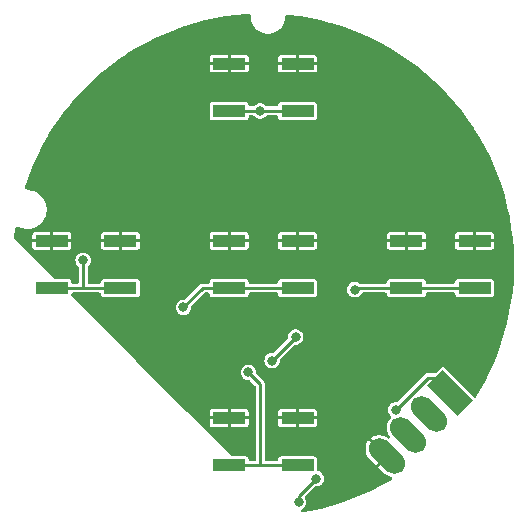
<source format=gbl>
G04 #@! TF.GenerationSoftware,KiCad,Pcbnew,8.0.7-unknown-1000.20241208gitf899755.fc40*
G04 #@! TF.CreationDate,2024-12-14T19:17:03-08:00*
G04 #@! TF.ProjectId,led-ctrl-24v,6c65642d-6374-4726-9c2d-3234762e6b69,rev?*
G04 #@! TF.SameCoordinates,Original*
G04 #@! TF.FileFunction,Copper,L2,Bot*
G04 #@! TF.FilePolarity,Positive*
%FSLAX46Y46*%
G04 Gerber Fmt 4.6, Leading zero omitted, Abs format (unit mm)*
G04 Created by KiCad (PCBNEW 8.0.7-unknown-1000.20241208gitf899755.fc40) date 2024-12-14 19:17:03*
%MOMM*%
%LPD*%
G01*
G04 APERTURE LIST*
G04 Aperture macros list*
%AMHorizOval*
0 Thick line with rounded ends*
0 $1 width*
0 $2 $3 position (X,Y) of the first rounded end (center of the circle)*
0 $4 $5 position (X,Y) of the second rounded end (center of the circle)*
0 Add line between two ends*
20,1,$1,$2,$3,$4,$5,0*
0 Add two circle primitives to create the rounded ends*
1,1,$1,$2,$3*
1,1,$1,$4,$5*%
%AMRotRect*
0 Rectangle, with rotation*
0 The origin of the aperture is its center*
0 $1 length*
0 $2 width*
0 $3 Rotation angle, in degrees counterclockwise*
0 Add horizontal line*
21,1,$1,$2,0,0,$3*%
G04 Aperture macros list end*
G04 #@! TA.AperFunction,ComponentPad*
%ADD10RotRect,3.600000X1.800000X315.000000*%
G04 #@! TD*
G04 #@! TA.AperFunction,ComponentPad*
%ADD11HorizOval,1.800000X0.636396X-0.636396X-0.636396X0.636396X0*%
G04 #@! TD*
G04 #@! TA.AperFunction,SMDPad,CuDef*
%ADD12R,2.800000X1.000000*%
G04 #@! TD*
G04 #@! TA.AperFunction,ViaPad*
%ADD13C,0.800000*%
G04 #@! TD*
G04 #@! TA.AperFunction,Conductor*
%ADD14C,0.250000*%
G04 #@! TD*
G04 APERTURE END LIST*
D10*
G04 #@! TO.P,J1,1,Pin_1*
G04 #@! TO.N,+3.3V*
X106087006Y-133212994D03*
D11*
G04 #@! TO.P,J1,2,Pin_2*
G04 #@! TO.N,/TXD*
X104290955Y-135009045D03*
G04 #@! TO.P,J1,3,Pin_3*
G04 #@! TO.N,/RXD*
X102494904Y-136805096D03*
G04 #@! TO.P,J1,4,Pin_4*
G04 #@! TO.N,GND*
X100698852Y-138601148D03*
G04 #@! TD*
D12*
G04 #@! TO.P,SW5,1,1*
G04 #@! TO.N,GND*
X108160000Y-120358000D03*
X102360000Y-120358000D03*
G04 #@! TO.P,SW5,2,2*
G04 #@! TO.N,/BTN4*
X108160000Y-124358000D03*
X102360000Y-124358000D03*
G04 #@! TD*
G04 #@! TO.P,SW4,1,1*
G04 #@! TO.N,GND*
X78160000Y-120358000D03*
X72360000Y-120358000D03*
G04 #@! TO.P,SW4,2,2*
G04 #@! TO.N,/BTN3*
X78160000Y-124358000D03*
X72360000Y-124358000D03*
G04 #@! TD*
G04 #@! TO.P,SW3,1,1*
G04 #@! TO.N,GND*
X93160000Y-135358000D03*
X87360000Y-135358000D03*
G04 #@! TO.P,SW3,2,2*
G04 #@! TO.N,/BTN2*
X93160000Y-139358000D03*
X87360000Y-139358000D03*
G04 #@! TD*
G04 #@! TO.P,SW1,1,1*
G04 #@! TO.N,GND*
X93160000Y-120358000D03*
X87360000Y-120358000D03*
G04 #@! TO.P,SW1,2,2*
G04 #@! TO.N,/BTN0*
X93160000Y-124358000D03*
X87360000Y-124358000D03*
G04 #@! TD*
G04 #@! TO.P,SW2,1,1*
G04 #@! TO.N,GND*
X93160000Y-105358000D03*
X87360000Y-105358000D03*
G04 #@! TO.P,SW2,2,2*
G04 #@! TO.N,/BTN1*
X93160000Y-109358000D03*
X87360000Y-109358000D03*
G04 #@! TD*
D13*
G04 #@! TO.N,GND*
X96000000Y-114000000D03*
X88500000Y-114500000D03*
X97000000Y-119000000D03*
X101000000Y-119000000D03*
X98000000Y-122000000D03*
X87500000Y-113500000D03*
X81500000Y-109000000D03*
X72500000Y-113500000D03*
X71500000Y-114500000D03*
X100500000Y-128500000D03*
X102000000Y-119000000D03*
X73500000Y-112500000D03*
X74500000Y-111500000D03*
X100500000Y-131000000D03*
G04 #@! TO.N,+3.3V*
X94750000Y-140500000D03*
X101478758Y-134665938D03*
X93250000Y-142500000D03*
G04 #@! TO.N,/BTN2*
X89000000Y-131500000D03*
G04 #@! TO.N,/BTN1*
X90000000Y-109358000D03*
G04 #@! TO.N,/BTN4*
X98000000Y-124500000D03*
X93000000Y-128500000D03*
X91000000Y-130500000D03*
G04 #@! TO.N,/BTN0*
X83500000Y-126000000D03*
G04 #@! TO.N,/BTN3*
X75000000Y-122000000D03*
G04 #@! TD*
D14*
G04 #@! TO.N,+3.3V*
X101478758Y-134665938D02*
X104204494Y-131940202D01*
X104814214Y-131940202D02*
X106087006Y-133212994D01*
X93250000Y-142500000D02*
X93250000Y-142000000D01*
X93250000Y-142000000D02*
X94750000Y-140500000D01*
X104204494Y-131940202D02*
X104814214Y-131940202D01*
G04 #@! TO.N,/BTN2*
X90000000Y-139358000D02*
X93160000Y-139358000D01*
X89000000Y-131500000D02*
X90000000Y-132500000D01*
X90000000Y-132500000D02*
X90000000Y-139358000D01*
X87360000Y-139358000D02*
X90000000Y-139358000D01*
G04 #@! TO.N,/BTN1*
X87360000Y-109358000D02*
X90000000Y-109358000D01*
X90000000Y-109358000D02*
X93160000Y-109358000D01*
G04 #@! TO.N,/BTN4*
X98000000Y-124500000D02*
X98142000Y-124358000D01*
X102360000Y-124358000D02*
X108160000Y-124358000D01*
X98142000Y-124358000D02*
X102360000Y-124358000D01*
X91000000Y-130500000D02*
X93000000Y-128500000D01*
G04 #@! TO.N,/BTN0*
X83500000Y-126000000D02*
X85142000Y-124358000D01*
X85142000Y-124358000D02*
X87360000Y-124358000D01*
X87360000Y-124358000D02*
X93160000Y-124358000D01*
G04 #@! TO.N,/BTN3*
X75000000Y-122000000D02*
X75000000Y-124358000D01*
X75000000Y-124358000D02*
X78160000Y-124358000D01*
X72360000Y-124358000D02*
X75000000Y-124358000D01*
G04 #@! TD*
G04 #@! TA.AperFunction,Conductor*
G04 #@! TO.N,GND*
G36*
X89157082Y-101167558D02*
G01*
X89205211Y-101218207D01*
X89218899Y-101274955D01*
X89218833Y-101345881D01*
X89218810Y-101348165D01*
X89216664Y-101459049D01*
X89216664Y-101459054D01*
X89249454Y-101689634D01*
X89318592Y-101912047D01*
X89318595Y-101912054D01*
X89347609Y-101970391D01*
X89422306Y-102120585D01*
X89422309Y-102120589D01*
X89422313Y-102120596D01*
X89557939Y-102309913D01*
X89557945Y-102309921D01*
X89722029Y-102475201D01*
X89722032Y-102475203D01*
X89722034Y-102475205D01*
X89910379Y-102612213D01*
X90118160Y-102717438D01*
X90118169Y-102717440D01*
X90118174Y-102717443D01*
X90261603Y-102763173D01*
X90340060Y-102788188D01*
X90570402Y-102822652D01*
X90803292Y-102819948D01*
X91032771Y-102780147D01*
X91252969Y-102704265D01*
X91458251Y-102594245D01*
X91643365Y-102452902D01*
X91803575Y-102283852D01*
X91934781Y-102091420D01*
X92033626Y-101880530D01*
X92097582Y-101656577D01*
X92125012Y-101425292D01*
X92121995Y-101354492D01*
X92138808Y-101286678D01*
X92189616Y-101238717D01*
X92256272Y-101225652D01*
X92485457Y-101244922D01*
X92490660Y-101245470D01*
X93280817Y-101345881D01*
X93380835Y-101358591D01*
X93386051Y-101359367D01*
X94270576Y-101510213D01*
X94275703Y-101511200D01*
X95153077Y-101699519D01*
X95158185Y-101700730D01*
X95850920Y-101880530D01*
X96026693Y-101926152D01*
X96031766Y-101927584D01*
X96889929Y-102189723D01*
X96894937Y-102191370D01*
X97741206Y-102489756D01*
X97746103Y-102491601D01*
X98578908Y-102825679D01*
X98583713Y-102827727D01*
X99377858Y-103186198D01*
X99401565Y-103196899D01*
X99406323Y-103199169D01*
X100207746Y-103602771D01*
X100212403Y-103605242D01*
X100995927Y-104042531D01*
X101000474Y-104045197D01*
X101764723Y-104515404D01*
X101769130Y-104518246D01*
X102512717Y-105020523D01*
X102516983Y-105023538D01*
X103238558Y-105556971D01*
X103242729Y-105560195D01*
X103940916Y-106123764D01*
X103944947Y-106127161D01*
X104107960Y-106270604D01*
X104618607Y-106719946D01*
X104622448Y-106723474D01*
X104710246Y-106807616D01*
X105270308Y-107344361D01*
X105274035Y-107348089D01*
X105841874Y-107940601D01*
X105894867Y-107995896D01*
X105898433Y-107999778D01*
X106491196Y-108673417D01*
X106494594Y-108677448D01*
X107058184Y-109375665D01*
X107061407Y-109379836D01*
X107594815Y-110101382D01*
X107597858Y-110105687D01*
X108100111Y-110849246D01*
X108102968Y-110853676D01*
X108573169Y-111617920D01*
X108575835Y-111622468D01*
X109013115Y-112405982D01*
X109015586Y-112410639D01*
X109419181Y-113212056D01*
X109421451Y-113216813D01*
X109790606Y-114034632D01*
X109792673Y-114039482D01*
X110126749Y-114872288D01*
X110128607Y-114877221D01*
X110426976Y-115723453D01*
X110428623Y-115728461D01*
X110690760Y-116586625D01*
X110692192Y-116591698D01*
X110917609Y-117460201D01*
X110918825Y-117465331D01*
X111107132Y-118342660D01*
X111108128Y-118347836D01*
X111258969Y-119232346D01*
X111259745Y-119237561D01*
X111372860Y-120127711D01*
X111373413Y-120132953D01*
X111448588Y-121027088D01*
X111448918Y-121032350D01*
X111486022Y-121928881D01*
X111486128Y-121934151D01*
X111485095Y-122831443D01*
X111484977Y-122836713D01*
X111445805Y-123733155D01*
X111445463Y-123738416D01*
X111368223Y-124632400D01*
X111367657Y-124637641D01*
X111252495Y-125527488D01*
X111251708Y-125532700D01*
X111098821Y-126416897D01*
X111097812Y-126422072D01*
X110907490Y-127298934D01*
X110906263Y-127304060D01*
X110678839Y-128172058D01*
X110677395Y-128177128D01*
X110413278Y-129034691D01*
X110411619Y-129039695D01*
X110111306Y-129885216D01*
X110109437Y-129890145D01*
X109773440Y-130722186D01*
X109771362Y-130727031D01*
X109400325Y-131543988D01*
X109398044Y-131548741D01*
X108992603Y-132349225D01*
X108990122Y-132353876D01*
X108551019Y-133136409D01*
X108548342Y-133140950D01*
X108284404Y-133567735D01*
X108232401Y-133614398D01*
X108163425Y-133625539D01*
X108099376Y-133597620D01*
X108091261Y-133590195D01*
X105610295Y-131109230D01*
X105610294Y-131109229D01*
X105548350Y-131067840D01*
X105450610Y-131048397D01*
X105352869Y-131067840D01*
X105290924Y-131109229D01*
X105290923Y-131109230D01*
X104871772Y-131528383D01*
X104810449Y-131561868D01*
X104784091Y-131564702D01*
X104155058Y-131564702D01*
X104059557Y-131590291D01*
X104059554Y-131590292D01*
X103973934Y-131639724D01*
X103973929Y-131639728D01*
X101634538Y-133979119D01*
X101573215Y-134012604D01*
X101546857Y-134015438D01*
X101399772Y-134015438D01*
X101246392Y-134053241D01*
X101106520Y-134126653D01*
X100988274Y-134231409D01*
X100898539Y-134361413D01*
X100898538Y-134361414D01*
X100842520Y-134509119D01*
X100823480Y-134665937D01*
X100823480Y-134665938D01*
X100842520Y-134822756D01*
X100892546Y-134954661D01*
X100898538Y-134970461D01*
X100988275Y-135100468D01*
X101054800Y-135159403D01*
X101091927Y-135218593D01*
X101091159Y-135288458D01*
X101060255Y-135339900D01*
X100980955Y-135419200D01*
X100874512Y-135565705D01*
X100792296Y-135727060D01*
X100792295Y-135727063D01*
X100736337Y-135899289D01*
X100708007Y-136078155D01*
X100708007Y-136259244D01*
X100736337Y-136438110D01*
X100792295Y-136610336D01*
X100792296Y-136610339D01*
X100843919Y-136711652D01*
X100874512Y-136771694D01*
X100970735Y-136904134D01*
X100994215Y-136969938D01*
X100978390Y-137037992D01*
X100928284Y-137086687D01*
X100859806Y-137100563D01*
X100797532Y-137077337D01*
X100665186Y-136981183D01*
X100503903Y-136899004D01*
X100503900Y-136899003D01*
X100331749Y-136843069D01*
X100152962Y-136814752D01*
X99971950Y-136814752D01*
X99793162Y-136843069D01*
X99621011Y-136899003D01*
X99621008Y-136899004D01*
X99459728Y-136981182D01*
X99341534Y-137067053D01*
X100444899Y-138170418D01*
X100391845Y-138201049D01*
X100298753Y-138294141D01*
X100268122Y-138347194D01*
X99164757Y-137243830D01*
X99078886Y-137362024D01*
X98996708Y-137523304D01*
X98996707Y-137523307D01*
X98940773Y-137695458D01*
X98912456Y-137874245D01*
X98912456Y-138055258D01*
X98940773Y-138234045D01*
X98996707Y-138406196D01*
X98996708Y-138406199D01*
X99078890Y-138567486D01*
X99185279Y-138713921D01*
X99797290Y-139325932D01*
X100268121Y-138855099D01*
X100298753Y-138908155D01*
X100391845Y-139001247D01*
X100444898Y-139031877D01*
X99974067Y-139502709D01*
X100586071Y-140114712D01*
X100732516Y-140221111D01*
X100893800Y-140303291D01*
X100893803Y-140303292D01*
X101065954Y-140359226D01*
X101085446Y-140362314D01*
X101148580Y-140392243D01*
X101185512Y-140451554D01*
X101184514Y-140521417D01*
X101145905Y-140579650D01*
X101130782Y-140590548D01*
X100958216Y-140696172D01*
X100953663Y-140698828D01*
X100169125Y-141134313D01*
X100164462Y-141136773D01*
X99362139Y-141538511D01*
X99357377Y-141540771D01*
X98538688Y-141908053D01*
X98533833Y-141910108D01*
X97700251Y-142242268D01*
X97695313Y-142244114D01*
X96848432Y-142540521D01*
X96843421Y-142542157D01*
X95984650Y-142802319D01*
X95979573Y-142803740D01*
X95110520Y-143027165D01*
X95105388Y-143028368D01*
X94227667Y-143214646D01*
X94222488Y-143215631D01*
X93610538Y-143318541D01*
X93541162Y-143310247D01*
X93487284Y-143265762D01*
X93466009Y-143199210D01*
X93484092Y-143131721D01*
X93532346Y-143086463D01*
X93622240Y-143039283D01*
X93740483Y-142934530D01*
X93830220Y-142804523D01*
X93886237Y-142656818D01*
X93905278Y-142500000D01*
X93893751Y-142405061D01*
X93886237Y-142343181D01*
X93858228Y-142269329D01*
X93830220Y-142195477D01*
X93789009Y-142135773D01*
X93767128Y-142069422D01*
X93784593Y-142001770D01*
X93803376Y-141977659D01*
X94594217Y-141186819D01*
X94655540Y-141153334D01*
X94681898Y-141150500D01*
X94828985Y-141150500D01*
X94982365Y-141112696D01*
X95122240Y-141039283D01*
X95240483Y-140934530D01*
X95330220Y-140804523D01*
X95386237Y-140656818D01*
X95405278Y-140500000D01*
X95386237Y-140343182D01*
X95330220Y-140195477D01*
X95240483Y-140065470D01*
X95122240Y-139960717D01*
X95122238Y-139960716D01*
X95122237Y-139960715D01*
X94982366Y-139887304D01*
X94904825Y-139868192D01*
X94844444Y-139833036D01*
X94812656Y-139770816D01*
X94810500Y-139747795D01*
X94810500Y-138833323D01*
X94810499Y-138833321D01*
X94795967Y-138760264D01*
X94795966Y-138760260D01*
X94777665Y-138732870D01*
X94740601Y-138677399D01*
X94676864Y-138634812D01*
X94657739Y-138622033D01*
X94657735Y-138622032D01*
X94584677Y-138607500D01*
X94584674Y-138607500D01*
X91735326Y-138607500D01*
X91735323Y-138607500D01*
X91662264Y-138622032D01*
X91662260Y-138622033D01*
X91579399Y-138677399D01*
X91524033Y-138760260D01*
X91524032Y-138760264D01*
X91509500Y-138833321D01*
X91509500Y-138858500D01*
X91489815Y-138925539D01*
X91437011Y-138971294D01*
X91385500Y-138982500D01*
X90499500Y-138982500D01*
X90432461Y-138962815D01*
X90386706Y-138910011D01*
X90375500Y-138858500D01*
X90375500Y-135882628D01*
X91510000Y-135882628D01*
X91524503Y-135955540D01*
X91524505Y-135955544D01*
X91579760Y-136038239D01*
X91662455Y-136093494D01*
X91662459Y-136093496D01*
X91735371Y-136107999D01*
X91735374Y-136108000D01*
X93035000Y-136108000D01*
X93285000Y-136108000D01*
X94584626Y-136108000D01*
X94584628Y-136107999D01*
X94657540Y-136093496D01*
X94657544Y-136093494D01*
X94740239Y-136038239D01*
X94795494Y-135955544D01*
X94795496Y-135955540D01*
X94809999Y-135882628D01*
X94810000Y-135882626D01*
X94810000Y-135483000D01*
X93285000Y-135483000D01*
X93285000Y-136108000D01*
X93035000Y-136108000D01*
X93035000Y-135483000D01*
X91510000Y-135483000D01*
X91510000Y-135882628D01*
X90375500Y-135882628D01*
X90375500Y-134833371D01*
X91510000Y-134833371D01*
X91510000Y-135233000D01*
X93035000Y-135233000D01*
X93285000Y-135233000D01*
X94810000Y-135233000D01*
X94810000Y-134833373D01*
X94809999Y-134833371D01*
X94795496Y-134760459D01*
X94795494Y-134760455D01*
X94740239Y-134677760D01*
X94657544Y-134622505D01*
X94657540Y-134622503D01*
X94584627Y-134608000D01*
X93285000Y-134608000D01*
X93285000Y-135233000D01*
X93035000Y-135233000D01*
X93035000Y-134608000D01*
X91735373Y-134608000D01*
X91662459Y-134622503D01*
X91662455Y-134622505D01*
X91579760Y-134677760D01*
X91524505Y-134760455D01*
X91524503Y-134760459D01*
X91510000Y-134833371D01*
X90375500Y-134833371D01*
X90375500Y-132450568D01*
X90375500Y-132450565D01*
X90371852Y-132436950D01*
X90349911Y-132355063D01*
X90300475Y-132269438D01*
X89684517Y-131653480D01*
X89651032Y-131592157D01*
X89649102Y-131550857D01*
X89655278Y-131500000D01*
X89636237Y-131343182D01*
X89580220Y-131195477D01*
X89490483Y-131065470D01*
X89372240Y-130960717D01*
X89372238Y-130960716D01*
X89372237Y-130960715D01*
X89232365Y-130887303D01*
X89078986Y-130849500D01*
X89078985Y-130849500D01*
X88921015Y-130849500D01*
X88921014Y-130849500D01*
X88767634Y-130887303D01*
X88627762Y-130960715D01*
X88509516Y-131065471D01*
X88419781Y-131195475D01*
X88419780Y-131195476D01*
X88363762Y-131343181D01*
X88344722Y-131499999D01*
X88344722Y-131500000D01*
X88363762Y-131656818D01*
X88419780Y-131804523D01*
X88509517Y-131934530D01*
X88627760Y-132039283D01*
X88627762Y-132039284D01*
X88767634Y-132112696D01*
X88921014Y-132150500D01*
X89068101Y-132150500D01*
X89135140Y-132170185D01*
X89155782Y-132186819D01*
X89588181Y-132619218D01*
X89621666Y-132680541D01*
X89624500Y-132706899D01*
X89624500Y-138858500D01*
X89604815Y-138925539D01*
X89552011Y-138971294D01*
X89500500Y-138982500D01*
X89134500Y-138982500D01*
X89067461Y-138962815D01*
X89021706Y-138910011D01*
X89010500Y-138858500D01*
X89010500Y-138833323D01*
X89010499Y-138833321D01*
X88995967Y-138760264D01*
X88995966Y-138760260D01*
X88977665Y-138732870D01*
X88940601Y-138677399D01*
X88876864Y-138634812D01*
X88857739Y-138622033D01*
X88857735Y-138622032D01*
X88784677Y-138607500D01*
X88784674Y-138607500D01*
X87658862Y-138607500D01*
X87591823Y-138587815D01*
X87571181Y-138571181D01*
X84882628Y-135882628D01*
X85710000Y-135882628D01*
X85724503Y-135955540D01*
X85724505Y-135955544D01*
X85779760Y-136038239D01*
X85862455Y-136093494D01*
X85862459Y-136093496D01*
X85935371Y-136107999D01*
X85935374Y-136108000D01*
X87235000Y-136108000D01*
X87485000Y-136108000D01*
X88784626Y-136108000D01*
X88784628Y-136107999D01*
X88857540Y-136093496D01*
X88857544Y-136093494D01*
X88940239Y-136038239D01*
X88995494Y-135955544D01*
X88995496Y-135955540D01*
X89009999Y-135882628D01*
X89010000Y-135882626D01*
X89010000Y-135483000D01*
X87485000Y-135483000D01*
X87485000Y-136108000D01*
X87235000Y-136108000D01*
X87235000Y-135483000D01*
X85710000Y-135483000D01*
X85710000Y-135882628D01*
X84882628Y-135882628D01*
X83833371Y-134833371D01*
X85710000Y-134833371D01*
X85710000Y-135233000D01*
X87235000Y-135233000D01*
X87485000Y-135233000D01*
X89010000Y-135233000D01*
X89010000Y-134833373D01*
X89009999Y-134833371D01*
X88995496Y-134760459D01*
X88995494Y-134760455D01*
X88940239Y-134677760D01*
X88857544Y-134622505D01*
X88857540Y-134622503D01*
X88784627Y-134608000D01*
X87485000Y-134608000D01*
X87485000Y-135233000D01*
X87235000Y-135233000D01*
X87235000Y-134608000D01*
X85935373Y-134608000D01*
X85862459Y-134622503D01*
X85862455Y-134622505D01*
X85779760Y-134677760D01*
X85724505Y-134760455D01*
X85724503Y-134760459D01*
X85710000Y-134833371D01*
X83833371Y-134833371D01*
X79499999Y-130499999D01*
X90344722Y-130499999D01*
X90344722Y-130500000D01*
X90363762Y-130656818D01*
X90389476Y-130724619D01*
X90419780Y-130804523D01*
X90509517Y-130934530D01*
X90627760Y-131039283D01*
X90627762Y-131039284D01*
X90767634Y-131112696D01*
X90921014Y-131150500D01*
X90921015Y-131150500D01*
X91078985Y-131150500D01*
X91232365Y-131112696D01*
X91238973Y-131109228D01*
X91372240Y-131039283D01*
X91490483Y-130934530D01*
X91580220Y-130804523D01*
X91636237Y-130656818D01*
X91655278Y-130500000D01*
X91649102Y-130449144D01*
X91660561Y-130380224D01*
X91684514Y-130346521D01*
X92844217Y-129186819D01*
X92905540Y-129153334D01*
X92931898Y-129150500D01*
X93078985Y-129150500D01*
X93232365Y-129112696D01*
X93372240Y-129039283D01*
X93490483Y-128934530D01*
X93580220Y-128804523D01*
X93636237Y-128656818D01*
X93655278Y-128500000D01*
X93636237Y-128343182D01*
X93580220Y-128195477D01*
X93490483Y-128065470D01*
X93372240Y-127960717D01*
X93372238Y-127960716D01*
X93372237Y-127960715D01*
X93232365Y-127887303D01*
X93078986Y-127849500D01*
X93078985Y-127849500D01*
X92921015Y-127849500D01*
X92921014Y-127849500D01*
X92767634Y-127887303D01*
X92627762Y-127960715D01*
X92509516Y-128065471D01*
X92419781Y-128195475D01*
X92419780Y-128195476D01*
X92363762Y-128343181D01*
X92344722Y-128499999D01*
X92344722Y-128500001D01*
X92350896Y-128550854D01*
X92339435Y-128619777D01*
X92315481Y-128653480D01*
X91155781Y-129813181D01*
X91094458Y-129846666D01*
X91068100Y-129849500D01*
X90921014Y-129849500D01*
X90767634Y-129887303D01*
X90627762Y-129960715D01*
X90509516Y-130065471D01*
X90419781Y-130195475D01*
X90419780Y-130195476D01*
X90363762Y-130343181D01*
X90344722Y-130499999D01*
X79499999Y-130499999D01*
X74999999Y-125999999D01*
X82844722Y-125999999D01*
X82844722Y-126000000D01*
X82863762Y-126156818D01*
X82919780Y-126304523D01*
X83009517Y-126434530D01*
X83127760Y-126539283D01*
X83127762Y-126539284D01*
X83267634Y-126612696D01*
X83421014Y-126650500D01*
X83421015Y-126650500D01*
X83578985Y-126650500D01*
X83732365Y-126612696D01*
X83872240Y-126539283D01*
X83990483Y-126434530D01*
X84080220Y-126304523D01*
X84136237Y-126156818D01*
X84155278Y-126000000D01*
X84149102Y-125949144D01*
X84160561Y-125880224D01*
X84184514Y-125846521D01*
X85261219Y-124769819D01*
X85322542Y-124736334D01*
X85348900Y-124733500D01*
X85585500Y-124733500D01*
X85652539Y-124753185D01*
X85698294Y-124805989D01*
X85709500Y-124857500D01*
X85709500Y-124882678D01*
X85724032Y-124955735D01*
X85724033Y-124955739D01*
X85742405Y-124983235D01*
X85779399Y-125038601D01*
X85862260Y-125093966D01*
X85862264Y-125093967D01*
X85935321Y-125108499D01*
X85935324Y-125108500D01*
X85935326Y-125108500D01*
X88784676Y-125108500D01*
X88784677Y-125108499D01*
X88857740Y-125093966D01*
X88940601Y-125038601D01*
X88995966Y-124955740D01*
X89010500Y-124882674D01*
X89010500Y-124857500D01*
X89030185Y-124790461D01*
X89082989Y-124744706D01*
X89134500Y-124733500D01*
X91385500Y-124733500D01*
X91452539Y-124753185D01*
X91498294Y-124805989D01*
X91509500Y-124857500D01*
X91509500Y-124882678D01*
X91524032Y-124955735D01*
X91524033Y-124955739D01*
X91542405Y-124983235D01*
X91579399Y-125038601D01*
X91662260Y-125093966D01*
X91662264Y-125093967D01*
X91735321Y-125108499D01*
X91735324Y-125108500D01*
X91735326Y-125108500D01*
X94584676Y-125108500D01*
X94584677Y-125108499D01*
X94657740Y-125093966D01*
X94740601Y-125038601D01*
X94795966Y-124955740D01*
X94810500Y-124882674D01*
X94810500Y-124499999D01*
X97344722Y-124499999D01*
X97344722Y-124500000D01*
X97363762Y-124656818D01*
X97414447Y-124790461D01*
X97419780Y-124804523D01*
X97509517Y-124934530D01*
X97627760Y-125039283D01*
X97627762Y-125039284D01*
X97767634Y-125112696D01*
X97921014Y-125150500D01*
X97921015Y-125150500D01*
X98078985Y-125150500D01*
X98232365Y-125112696D01*
X98240362Y-125108499D01*
X98372240Y-125039283D01*
X98490483Y-124934530D01*
X98580220Y-124804523D01*
X98580222Y-124804519D01*
X98582663Y-124799870D01*
X98631249Y-124749659D01*
X98692457Y-124733500D01*
X100585500Y-124733500D01*
X100652539Y-124753185D01*
X100698294Y-124805989D01*
X100709500Y-124857500D01*
X100709500Y-124882678D01*
X100724032Y-124955735D01*
X100724033Y-124955739D01*
X100742405Y-124983235D01*
X100779399Y-125038601D01*
X100862260Y-125093966D01*
X100862264Y-125093967D01*
X100935321Y-125108499D01*
X100935324Y-125108500D01*
X100935326Y-125108500D01*
X103784676Y-125108500D01*
X103784677Y-125108499D01*
X103857740Y-125093966D01*
X103940601Y-125038601D01*
X103995966Y-124955740D01*
X104010500Y-124882674D01*
X104010500Y-124857500D01*
X104030185Y-124790461D01*
X104082989Y-124744706D01*
X104134500Y-124733500D01*
X106385500Y-124733500D01*
X106452539Y-124753185D01*
X106498294Y-124805989D01*
X106509500Y-124857500D01*
X106509500Y-124882678D01*
X106524032Y-124955735D01*
X106524033Y-124955739D01*
X106542405Y-124983235D01*
X106579399Y-125038601D01*
X106662260Y-125093966D01*
X106662264Y-125093967D01*
X106735321Y-125108499D01*
X106735324Y-125108500D01*
X106735326Y-125108500D01*
X109584676Y-125108500D01*
X109584677Y-125108499D01*
X109657740Y-125093966D01*
X109740601Y-125038601D01*
X109795966Y-124955740D01*
X109810500Y-124882674D01*
X109810500Y-123833326D01*
X109810500Y-123833323D01*
X109810499Y-123833321D01*
X109795967Y-123760264D01*
X109795966Y-123760260D01*
X109740601Y-123677399D01*
X109657740Y-123622034D01*
X109657739Y-123622033D01*
X109657735Y-123622032D01*
X109584677Y-123607500D01*
X109584674Y-123607500D01*
X106735326Y-123607500D01*
X106735323Y-123607500D01*
X106662264Y-123622032D01*
X106662260Y-123622033D01*
X106579399Y-123677399D01*
X106524033Y-123760260D01*
X106524032Y-123760264D01*
X106509500Y-123833321D01*
X106509500Y-123858500D01*
X106489815Y-123925539D01*
X106437011Y-123971294D01*
X106385500Y-123982500D01*
X104134500Y-123982500D01*
X104067461Y-123962815D01*
X104021706Y-123910011D01*
X104010500Y-123858500D01*
X104010500Y-123833323D01*
X104010499Y-123833321D01*
X103995967Y-123760264D01*
X103995966Y-123760260D01*
X103940601Y-123677399D01*
X103857740Y-123622034D01*
X103857739Y-123622033D01*
X103857735Y-123622032D01*
X103784677Y-123607500D01*
X103784674Y-123607500D01*
X100935326Y-123607500D01*
X100935323Y-123607500D01*
X100862264Y-123622032D01*
X100862260Y-123622033D01*
X100779399Y-123677399D01*
X100724033Y-123760260D01*
X100724032Y-123760264D01*
X100709500Y-123833321D01*
X100709500Y-123858500D01*
X100689815Y-123925539D01*
X100637011Y-123971294D01*
X100585500Y-123982500D01*
X98442439Y-123982500D01*
X98379047Y-123963886D01*
X98378882Y-123964202D01*
X98377305Y-123963374D01*
X98375400Y-123962815D01*
X98372276Y-123960735D01*
X98232365Y-123887303D01*
X98078986Y-123849500D01*
X98078985Y-123849500D01*
X97921015Y-123849500D01*
X97921014Y-123849500D01*
X97767634Y-123887303D01*
X97627762Y-123960715D01*
X97509516Y-124065471D01*
X97419781Y-124195475D01*
X97419780Y-124195476D01*
X97363762Y-124343181D01*
X97344722Y-124499999D01*
X94810500Y-124499999D01*
X94810500Y-123833326D01*
X94810500Y-123833323D01*
X94810499Y-123833321D01*
X94795967Y-123760264D01*
X94795966Y-123760260D01*
X94740601Y-123677399D01*
X94657740Y-123622034D01*
X94657739Y-123622033D01*
X94657735Y-123622032D01*
X94584677Y-123607500D01*
X94584674Y-123607500D01*
X91735326Y-123607500D01*
X91735323Y-123607500D01*
X91662264Y-123622032D01*
X91662260Y-123622033D01*
X91579399Y-123677399D01*
X91524033Y-123760260D01*
X91524032Y-123760264D01*
X91509500Y-123833321D01*
X91509500Y-123858500D01*
X91489815Y-123925539D01*
X91437011Y-123971294D01*
X91385500Y-123982500D01*
X89134500Y-123982500D01*
X89067461Y-123962815D01*
X89021706Y-123910011D01*
X89010500Y-123858500D01*
X89010500Y-123833323D01*
X89010499Y-123833321D01*
X88995967Y-123760264D01*
X88995966Y-123760260D01*
X88940601Y-123677399D01*
X88857740Y-123622034D01*
X88857739Y-123622033D01*
X88857735Y-123622032D01*
X88784677Y-123607500D01*
X88784674Y-123607500D01*
X85935326Y-123607500D01*
X85935323Y-123607500D01*
X85862264Y-123622032D01*
X85862260Y-123622033D01*
X85779399Y-123677399D01*
X85724033Y-123760260D01*
X85724032Y-123760264D01*
X85709500Y-123833321D01*
X85709500Y-123858500D01*
X85689815Y-123925539D01*
X85637011Y-123971294D01*
X85585500Y-123982500D01*
X85092564Y-123982500D01*
X84997063Y-124008089D01*
X84997060Y-124008090D01*
X84911440Y-124057522D01*
X84911435Y-124057526D01*
X83655780Y-125313181D01*
X83594457Y-125346666D01*
X83568099Y-125349500D01*
X83421014Y-125349500D01*
X83267634Y-125387303D01*
X83127762Y-125460715D01*
X83009516Y-125565471D01*
X82919781Y-125695475D01*
X82919780Y-125695476D01*
X82863762Y-125843181D01*
X82844722Y-125999999D01*
X74999999Y-125999999D01*
X74036158Y-125036158D01*
X74002673Y-124974835D01*
X74002222Y-124924289D01*
X74010500Y-124882674D01*
X74010500Y-124857500D01*
X74030185Y-124790461D01*
X74082989Y-124744706D01*
X74134500Y-124733500D01*
X74950565Y-124733500D01*
X75049435Y-124733500D01*
X76385500Y-124733500D01*
X76452539Y-124753185D01*
X76498294Y-124805989D01*
X76509500Y-124857500D01*
X76509500Y-124882678D01*
X76524032Y-124955735D01*
X76524033Y-124955739D01*
X76542405Y-124983235D01*
X76579399Y-125038601D01*
X76662260Y-125093966D01*
X76662264Y-125093967D01*
X76735321Y-125108499D01*
X76735324Y-125108500D01*
X76735326Y-125108500D01*
X79584676Y-125108500D01*
X79584677Y-125108499D01*
X79657740Y-125093966D01*
X79740601Y-125038601D01*
X79795966Y-124955740D01*
X79810500Y-124882674D01*
X79810500Y-123833326D01*
X79810500Y-123833323D01*
X79810499Y-123833321D01*
X79795967Y-123760264D01*
X79795966Y-123760260D01*
X79740601Y-123677399D01*
X79657740Y-123622034D01*
X79657739Y-123622033D01*
X79657735Y-123622032D01*
X79584677Y-123607500D01*
X79584674Y-123607500D01*
X76735326Y-123607500D01*
X76735323Y-123607500D01*
X76662264Y-123622032D01*
X76662260Y-123622033D01*
X76579399Y-123677399D01*
X76524033Y-123760260D01*
X76524032Y-123760264D01*
X76509500Y-123833321D01*
X76509500Y-123858500D01*
X76489815Y-123925539D01*
X76437011Y-123971294D01*
X76385500Y-123982500D01*
X75499500Y-123982500D01*
X75432461Y-123962815D01*
X75386706Y-123910011D01*
X75375500Y-123858500D01*
X75375500Y-122592202D01*
X75395185Y-122525163D01*
X75417274Y-122499386D01*
X75490482Y-122434531D01*
X75490483Y-122434530D01*
X75580220Y-122304523D01*
X75636237Y-122156818D01*
X75655278Y-122000000D01*
X75646963Y-121931515D01*
X75636237Y-121843181D01*
X75614992Y-121787164D01*
X75580220Y-121695477D01*
X75490483Y-121565470D01*
X75372240Y-121460717D01*
X75372238Y-121460716D01*
X75372237Y-121460715D01*
X75232365Y-121387303D01*
X75078986Y-121349500D01*
X75078985Y-121349500D01*
X74921015Y-121349500D01*
X74921014Y-121349500D01*
X74767634Y-121387303D01*
X74627762Y-121460715D01*
X74509516Y-121565471D01*
X74419781Y-121695475D01*
X74419780Y-121695476D01*
X74363762Y-121843181D01*
X74344722Y-121999999D01*
X74344722Y-122000000D01*
X74363762Y-122156818D01*
X74419780Y-122304523D01*
X74419781Y-122304524D01*
X74509517Y-122434531D01*
X74582726Y-122499386D01*
X74619853Y-122558574D01*
X74624500Y-122592202D01*
X74624500Y-123858500D01*
X74604815Y-123925539D01*
X74552011Y-123971294D01*
X74500500Y-123982500D01*
X74134500Y-123982500D01*
X74067461Y-123962815D01*
X74021706Y-123910011D01*
X74010500Y-123858500D01*
X74010500Y-123833323D01*
X74010499Y-123833321D01*
X73995967Y-123760264D01*
X73995966Y-123760260D01*
X73940601Y-123677399D01*
X73857740Y-123622034D01*
X73857739Y-123622033D01*
X73857735Y-123622032D01*
X73784677Y-123607500D01*
X73784674Y-123607500D01*
X72658862Y-123607500D01*
X72591823Y-123587815D01*
X72571181Y-123571181D01*
X69882628Y-120882628D01*
X70710000Y-120882628D01*
X70724503Y-120955540D01*
X70724505Y-120955544D01*
X70779760Y-121038239D01*
X70862455Y-121093494D01*
X70862459Y-121093496D01*
X70935371Y-121107999D01*
X70935374Y-121108000D01*
X72235000Y-121108000D01*
X72485000Y-121108000D01*
X73784626Y-121108000D01*
X73784628Y-121107999D01*
X73857540Y-121093496D01*
X73857544Y-121093494D01*
X73940239Y-121038239D01*
X73995494Y-120955544D01*
X73995496Y-120955540D01*
X74009999Y-120882628D01*
X76510000Y-120882628D01*
X76524503Y-120955540D01*
X76524505Y-120955544D01*
X76579760Y-121038239D01*
X76662455Y-121093494D01*
X76662459Y-121093496D01*
X76735371Y-121107999D01*
X76735374Y-121108000D01*
X78035000Y-121108000D01*
X78285000Y-121108000D01*
X79584626Y-121108000D01*
X79584628Y-121107999D01*
X79657540Y-121093496D01*
X79657544Y-121093494D01*
X79740239Y-121038239D01*
X79795494Y-120955544D01*
X79795496Y-120955540D01*
X79809999Y-120882628D01*
X85710000Y-120882628D01*
X85724503Y-120955540D01*
X85724505Y-120955544D01*
X85779760Y-121038239D01*
X85862455Y-121093494D01*
X85862459Y-121093496D01*
X85935371Y-121107999D01*
X85935374Y-121108000D01*
X87235000Y-121108000D01*
X87485000Y-121108000D01*
X88784626Y-121108000D01*
X88784628Y-121107999D01*
X88857540Y-121093496D01*
X88857544Y-121093494D01*
X88940239Y-121038239D01*
X88995494Y-120955544D01*
X88995496Y-120955540D01*
X89009999Y-120882628D01*
X91510000Y-120882628D01*
X91524503Y-120955540D01*
X91524505Y-120955544D01*
X91579760Y-121038239D01*
X91662455Y-121093494D01*
X91662459Y-121093496D01*
X91735371Y-121107999D01*
X91735374Y-121108000D01*
X93035000Y-121108000D01*
X93285000Y-121108000D01*
X94584626Y-121108000D01*
X94584628Y-121107999D01*
X94657540Y-121093496D01*
X94657544Y-121093494D01*
X94740239Y-121038239D01*
X94795494Y-120955544D01*
X94795496Y-120955540D01*
X94809999Y-120882628D01*
X100710000Y-120882628D01*
X100724503Y-120955540D01*
X100724505Y-120955544D01*
X100779760Y-121038239D01*
X100862455Y-121093494D01*
X100862459Y-121093496D01*
X100935371Y-121107999D01*
X100935374Y-121108000D01*
X102235000Y-121108000D01*
X102485000Y-121108000D01*
X103784626Y-121108000D01*
X103784628Y-121107999D01*
X103857540Y-121093496D01*
X103857544Y-121093494D01*
X103940239Y-121038239D01*
X103995494Y-120955544D01*
X103995496Y-120955540D01*
X104009999Y-120882628D01*
X106510000Y-120882628D01*
X106524503Y-120955540D01*
X106524505Y-120955544D01*
X106579760Y-121038239D01*
X106662455Y-121093494D01*
X106662459Y-121093496D01*
X106735371Y-121107999D01*
X106735374Y-121108000D01*
X108035000Y-121108000D01*
X108285000Y-121108000D01*
X109584626Y-121108000D01*
X109584628Y-121107999D01*
X109657540Y-121093496D01*
X109657544Y-121093494D01*
X109740239Y-121038239D01*
X109795494Y-120955544D01*
X109795496Y-120955540D01*
X109809999Y-120882628D01*
X109810000Y-120882626D01*
X109810000Y-120483000D01*
X108285000Y-120483000D01*
X108285000Y-121108000D01*
X108035000Y-121108000D01*
X108035000Y-120483000D01*
X106510000Y-120483000D01*
X106510000Y-120882628D01*
X104009999Y-120882628D01*
X104010000Y-120882626D01*
X104010000Y-120483000D01*
X102485000Y-120483000D01*
X102485000Y-121108000D01*
X102235000Y-121108000D01*
X102235000Y-120483000D01*
X100710000Y-120483000D01*
X100710000Y-120882628D01*
X94809999Y-120882628D01*
X94810000Y-120882626D01*
X94810000Y-120483000D01*
X93285000Y-120483000D01*
X93285000Y-121108000D01*
X93035000Y-121108000D01*
X93035000Y-120483000D01*
X91510000Y-120483000D01*
X91510000Y-120882628D01*
X89009999Y-120882628D01*
X89010000Y-120882626D01*
X89010000Y-120483000D01*
X87485000Y-120483000D01*
X87485000Y-121108000D01*
X87235000Y-121108000D01*
X87235000Y-120483000D01*
X85710000Y-120483000D01*
X85710000Y-120882628D01*
X79809999Y-120882628D01*
X79810000Y-120882626D01*
X79810000Y-120483000D01*
X78285000Y-120483000D01*
X78285000Y-121108000D01*
X78035000Y-121108000D01*
X78035000Y-120483000D01*
X76510000Y-120483000D01*
X76510000Y-120882628D01*
X74009999Y-120882628D01*
X74010000Y-120882626D01*
X74010000Y-120483000D01*
X72485000Y-120483000D01*
X72485000Y-121108000D01*
X72235000Y-121108000D01*
X72235000Y-120483000D01*
X70710000Y-120483000D01*
X70710000Y-120882628D01*
X69882628Y-120882628D01*
X69192032Y-120192032D01*
X69158547Y-120130709D01*
X69156514Y-120090285D01*
X69185854Y-119833371D01*
X70710000Y-119833371D01*
X70710000Y-120233000D01*
X72235000Y-120233000D01*
X72485000Y-120233000D01*
X74010000Y-120233000D01*
X74010000Y-119833373D01*
X74009999Y-119833371D01*
X76510000Y-119833371D01*
X76510000Y-120233000D01*
X78035000Y-120233000D01*
X78285000Y-120233000D01*
X79810000Y-120233000D01*
X79810000Y-119833373D01*
X79809999Y-119833371D01*
X85710000Y-119833371D01*
X85710000Y-120233000D01*
X87235000Y-120233000D01*
X87485000Y-120233000D01*
X89010000Y-120233000D01*
X89010000Y-119833373D01*
X89009999Y-119833371D01*
X91510000Y-119833371D01*
X91510000Y-120233000D01*
X93035000Y-120233000D01*
X93285000Y-120233000D01*
X94810000Y-120233000D01*
X94810000Y-119833373D01*
X94809999Y-119833371D01*
X100710000Y-119833371D01*
X100710000Y-120233000D01*
X102235000Y-120233000D01*
X102485000Y-120233000D01*
X104010000Y-120233000D01*
X104010000Y-119833373D01*
X104009999Y-119833371D01*
X106510000Y-119833371D01*
X106510000Y-120233000D01*
X108035000Y-120233000D01*
X108285000Y-120233000D01*
X109810000Y-120233000D01*
X109810000Y-119833373D01*
X109809999Y-119833371D01*
X109795496Y-119760459D01*
X109795494Y-119760455D01*
X109740239Y-119677760D01*
X109657544Y-119622505D01*
X109657540Y-119622503D01*
X109584627Y-119608000D01*
X108285000Y-119608000D01*
X108285000Y-120233000D01*
X108035000Y-120233000D01*
X108035000Y-119608000D01*
X106735373Y-119608000D01*
X106662459Y-119622503D01*
X106662455Y-119622505D01*
X106579760Y-119677760D01*
X106524505Y-119760455D01*
X106524503Y-119760459D01*
X106510000Y-119833371D01*
X104009999Y-119833371D01*
X103995496Y-119760459D01*
X103995494Y-119760455D01*
X103940239Y-119677760D01*
X103857544Y-119622505D01*
X103857540Y-119622503D01*
X103784627Y-119608000D01*
X102485000Y-119608000D01*
X102485000Y-120233000D01*
X102235000Y-120233000D01*
X102235000Y-119608000D01*
X100935373Y-119608000D01*
X100862459Y-119622503D01*
X100862455Y-119622505D01*
X100779760Y-119677760D01*
X100724505Y-119760455D01*
X100724503Y-119760459D01*
X100710000Y-119833371D01*
X94809999Y-119833371D01*
X94795496Y-119760459D01*
X94795494Y-119760455D01*
X94740239Y-119677760D01*
X94657544Y-119622505D01*
X94657540Y-119622503D01*
X94584627Y-119608000D01*
X93285000Y-119608000D01*
X93285000Y-120233000D01*
X93035000Y-120233000D01*
X93035000Y-119608000D01*
X91735373Y-119608000D01*
X91662459Y-119622503D01*
X91662455Y-119622505D01*
X91579760Y-119677760D01*
X91524505Y-119760455D01*
X91524503Y-119760459D01*
X91510000Y-119833371D01*
X89009999Y-119833371D01*
X88995496Y-119760459D01*
X88995494Y-119760455D01*
X88940239Y-119677760D01*
X88857544Y-119622505D01*
X88857540Y-119622503D01*
X88784627Y-119608000D01*
X87485000Y-119608000D01*
X87485000Y-120233000D01*
X87235000Y-120233000D01*
X87235000Y-119608000D01*
X85935373Y-119608000D01*
X85862459Y-119622503D01*
X85862455Y-119622505D01*
X85779760Y-119677760D01*
X85724505Y-119760455D01*
X85724503Y-119760459D01*
X85710000Y-119833371D01*
X79809999Y-119833371D01*
X79795496Y-119760459D01*
X79795494Y-119760455D01*
X79740239Y-119677760D01*
X79657544Y-119622505D01*
X79657540Y-119622503D01*
X79584627Y-119608000D01*
X78285000Y-119608000D01*
X78285000Y-120233000D01*
X78035000Y-120233000D01*
X78035000Y-119608000D01*
X76735373Y-119608000D01*
X76662459Y-119622503D01*
X76662455Y-119622505D01*
X76579760Y-119677760D01*
X76524505Y-119760455D01*
X76524503Y-119760459D01*
X76510000Y-119833371D01*
X74009999Y-119833371D01*
X73995496Y-119760459D01*
X73995494Y-119760455D01*
X73940239Y-119677760D01*
X73857544Y-119622505D01*
X73857540Y-119622503D01*
X73784627Y-119608000D01*
X72485000Y-119608000D01*
X72485000Y-120233000D01*
X72235000Y-120233000D01*
X72235000Y-119608000D01*
X70935373Y-119608000D01*
X70862459Y-119622503D01*
X70862455Y-119622505D01*
X70779760Y-119677760D01*
X70724505Y-119760455D01*
X70724503Y-119760459D01*
X70710000Y-119833371D01*
X69185854Y-119833371D01*
X69222766Y-119510158D01*
X69223462Y-119505023D01*
X69251931Y-119323626D01*
X69259388Y-119276103D01*
X69289229Y-119212928D01*
X69348488Y-119175913D01*
X69409113Y-119174356D01*
X69882116Y-119280813D01*
X69892152Y-119283720D01*
X69894227Y-119284166D01*
X69894231Y-119284168D01*
X69955688Y-119297378D01*
X69956750Y-119297611D01*
X70018220Y-119311446D01*
X70018223Y-119311445D01*
X70020237Y-119311899D01*
X70030690Y-119313490D01*
X70077870Y-119323626D01*
X70099855Y-119324987D01*
X70321287Y-119338704D01*
X70473985Y-119325230D01*
X70564217Y-119317270D01*
X70564221Y-119317269D01*
X70564224Y-119317269D01*
X70564226Y-119317268D01*
X70564235Y-119317267D01*
X70801239Y-119259803D01*
X71027015Y-119167593D01*
X71236494Y-119042707D01*
X71424979Y-118887944D01*
X71588243Y-118706774D01*
X71722628Y-118503258D01*
X71825120Y-118281959D01*
X71893422Y-118047838D01*
X71926003Y-117806143D01*
X71922132Y-117562292D01*
X71881896Y-117321753D01*
X71851745Y-117229413D01*
X71806200Y-117089927D01*
X71806191Y-117089908D01*
X71696731Y-116871984D01*
X71696729Y-116871980D01*
X71555956Y-116672838D01*
X71387021Y-116496940D01*
X71193717Y-116348236D01*
X70980388Y-116230067D01*
X70980380Y-116230063D01*
X70851652Y-116182198D01*
X70751791Y-116145067D01*
X70751788Y-116145066D01*
X70751787Y-116145066D01*
X70652408Y-116124273D01*
X70644562Y-116122362D01*
X70135580Y-115980732D01*
X70076271Y-115943797D01*
X70046346Y-115880660D01*
X70050502Y-115824170D01*
X70127457Y-115578784D01*
X70129118Y-115573854D01*
X70382028Y-114872288D01*
X70430664Y-114737372D01*
X70432535Y-114732509D01*
X70476606Y-114624712D01*
X70769018Y-113909469D01*
X70771065Y-113904749D01*
X71141921Y-113096545D01*
X71144152Y-113091941D01*
X71548695Y-112300066D01*
X71551161Y-112295482D01*
X71988630Y-111521418D01*
X71991283Y-111516946D01*
X72155306Y-111253286D01*
X72460972Y-110761940D01*
X72463785Y-110757622D01*
X72964870Y-110023007D01*
X72967839Y-110018845D01*
X73499402Y-109305972D01*
X73502561Y-109301917D01*
X73883689Y-108833321D01*
X85709500Y-108833321D01*
X85709500Y-109882678D01*
X85724032Y-109955735D01*
X85724033Y-109955739D01*
X85724034Y-109955740D01*
X85779399Y-110038601D01*
X85862260Y-110093966D01*
X85862264Y-110093967D01*
X85935321Y-110108499D01*
X85935324Y-110108500D01*
X85935326Y-110108500D01*
X88784676Y-110108500D01*
X88784677Y-110108499D01*
X88857740Y-110093966D01*
X88940601Y-110038601D01*
X88995966Y-109955740D01*
X89010500Y-109882674D01*
X89010500Y-109857500D01*
X89030185Y-109790461D01*
X89082989Y-109744706D01*
X89134500Y-109733500D01*
X89403692Y-109733500D01*
X89470731Y-109753185D01*
X89505742Y-109787061D01*
X89509517Y-109792530D01*
X89627760Y-109897283D01*
X89627762Y-109897284D01*
X89767634Y-109970696D01*
X89921014Y-110008500D01*
X89921015Y-110008500D01*
X90078985Y-110008500D01*
X90232365Y-109970696D01*
X90260870Y-109955735D01*
X90372240Y-109897283D01*
X90490483Y-109792530D01*
X90494257Y-109787061D01*
X90548537Y-109743071D01*
X90596308Y-109733500D01*
X91385500Y-109733500D01*
X91452539Y-109753185D01*
X91498294Y-109805989D01*
X91509500Y-109857500D01*
X91509500Y-109882678D01*
X91524032Y-109955735D01*
X91524033Y-109955739D01*
X91524034Y-109955740D01*
X91579399Y-110038601D01*
X91662260Y-110093966D01*
X91662264Y-110093967D01*
X91735321Y-110108499D01*
X91735324Y-110108500D01*
X91735326Y-110108500D01*
X94584676Y-110108500D01*
X94584677Y-110108499D01*
X94657740Y-110093966D01*
X94740601Y-110038601D01*
X94795966Y-109955740D01*
X94810500Y-109882674D01*
X94810500Y-108833326D01*
X94810500Y-108833323D01*
X94810499Y-108833321D01*
X94795967Y-108760264D01*
X94795966Y-108760260D01*
X94785972Y-108745303D01*
X94740601Y-108677399D01*
X94657740Y-108622034D01*
X94657739Y-108622033D01*
X94657735Y-108622032D01*
X94584677Y-108607500D01*
X94584674Y-108607500D01*
X91735326Y-108607500D01*
X91735323Y-108607500D01*
X91662264Y-108622032D01*
X91662260Y-108622033D01*
X91579399Y-108677399D01*
X91524033Y-108760260D01*
X91524032Y-108760264D01*
X91509500Y-108833321D01*
X91509500Y-108858500D01*
X91489815Y-108925539D01*
X91437011Y-108971294D01*
X91385500Y-108982500D01*
X90596308Y-108982500D01*
X90529269Y-108962815D01*
X90494257Y-108928938D01*
X90490483Y-108923470D01*
X90372240Y-108818717D01*
X90372238Y-108818716D01*
X90372237Y-108818715D01*
X90232365Y-108745303D01*
X90078986Y-108707500D01*
X90078985Y-108707500D01*
X89921015Y-108707500D01*
X89921014Y-108707500D01*
X89767634Y-108745303D01*
X89627762Y-108818715D01*
X89509516Y-108923470D01*
X89507089Y-108926987D01*
X89505742Y-108928938D01*
X89451463Y-108972929D01*
X89403692Y-108982500D01*
X89134500Y-108982500D01*
X89067461Y-108962815D01*
X89021706Y-108910011D01*
X89010500Y-108858500D01*
X89010500Y-108833323D01*
X89010499Y-108833321D01*
X88995967Y-108760264D01*
X88995966Y-108760260D01*
X88985972Y-108745303D01*
X88940601Y-108677399D01*
X88857740Y-108622034D01*
X88857739Y-108622033D01*
X88857735Y-108622032D01*
X88784677Y-108607500D01*
X88784674Y-108607500D01*
X85935326Y-108607500D01*
X85935323Y-108607500D01*
X85862264Y-108622032D01*
X85862260Y-108622033D01*
X85779399Y-108677399D01*
X85724033Y-108760260D01*
X85724032Y-108760264D01*
X85709500Y-108833321D01*
X73883689Y-108833321D01*
X74063630Y-108612084D01*
X74066999Y-108608116D01*
X74067545Y-108607500D01*
X74656593Y-107942526D01*
X74660082Y-107938750D01*
X75277191Y-107298543D01*
X75280866Y-107294889D01*
X75412311Y-107169541D01*
X75791838Y-106807616D01*
X75924344Y-106681256D01*
X75928180Y-106677748D01*
X76596927Y-106091732D01*
X76600896Y-106088400D01*
X76856685Y-105882628D01*
X85710000Y-105882628D01*
X85724503Y-105955540D01*
X85724505Y-105955544D01*
X85779760Y-106038239D01*
X85862455Y-106093494D01*
X85862459Y-106093496D01*
X85935371Y-106107999D01*
X85935374Y-106108000D01*
X87235000Y-106108000D01*
X87485000Y-106108000D01*
X88784626Y-106108000D01*
X88784628Y-106107999D01*
X88857540Y-106093496D01*
X88857544Y-106093494D01*
X88940239Y-106038239D01*
X88995494Y-105955544D01*
X88995496Y-105955540D01*
X89009999Y-105882628D01*
X91510000Y-105882628D01*
X91524503Y-105955540D01*
X91524505Y-105955544D01*
X91579760Y-106038239D01*
X91662455Y-106093494D01*
X91662459Y-106093496D01*
X91735371Y-106107999D01*
X91735374Y-106108000D01*
X93035000Y-106108000D01*
X93285000Y-106108000D01*
X94584626Y-106108000D01*
X94584628Y-106107999D01*
X94657540Y-106093496D01*
X94657544Y-106093494D01*
X94740239Y-106038239D01*
X94795494Y-105955544D01*
X94795496Y-105955540D01*
X94809999Y-105882628D01*
X94810000Y-105882626D01*
X94810000Y-105483000D01*
X93285000Y-105483000D01*
X93285000Y-106108000D01*
X93035000Y-106108000D01*
X93035000Y-105483000D01*
X91510000Y-105483000D01*
X91510000Y-105882628D01*
X89009999Y-105882628D01*
X89010000Y-105882626D01*
X89010000Y-105483000D01*
X87485000Y-105483000D01*
X87485000Y-106108000D01*
X87235000Y-106108000D01*
X87235000Y-105483000D01*
X85710000Y-105483000D01*
X85710000Y-105882628D01*
X76856685Y-105882628D01*
X77293721Y-105531050D01*
X77297818Y-105527893D01*
X78013498Y-105000192D01*
X78017708Y-104997222D01*
X78260713Y-104833371D01*
X85710000Y-104833371D01*
X85710000Y-105233000D01*
X87235000Y-105233000D01*
X87485000Y-105233000D01*
X89010000Y-105233000D01*
X89010000Y-104833373D01*
X89009999Y-104833371D01*
X91510000Y-104833371D01*
X91510000Y-105233000D01*
X93035000Y-105233000D01*
X93285000Y-105233000D01*
X94810000Y-105233000D01*
X94810000Y-104833373D01*
X94809999Y-104833371D01*
X94795496Y-104760459D01*
X94795494Y-104760455D01*
X94740239Y-104677760D01*
X94657544Y-104622505D01*
X94657540Y-104622503D01*
X94584627Y-104608000D01*
X93285000Y-104608000D01*
X93285000Y-105233000D01*
X93035000Y-105233000D01*
X93035000Y-104608000D01*
X91735373Y-104608000D01*
X91662459Y-104622503D01*
X91662455Y-104622505D01*
X91579760Y-104677760D01*
X91524505Y-104760455D01*
X91524503Y-104760459D01*
X91510000Y-104833371D01*
X89009999Y-104833371D01*
X88995496Y-104760459D01*
X88995494Y-104760455D01*
X88940239Y-104677760D01*
X88857544Y-104622505D01*
X88857540Y-104622503D01*
X88784627Y-104608000D01*
X87485000Y-104608000D01*
X87485000Y-105233000D01*
X87235000Y-105233000D01*
X87235000Y-104608000D01*
X85935373Y-104608000D01*
X85862459Y-104622503D01*
X85862455Y-104622505D01*
X85779760Y-104677760D01*
X85724505Y-104760455D01*
X85724503Y-104760459D01*
X85710000Y-104833371D01*
X78260713Y-104833371D01*
X78754974Y-104500106D01*
X78759308Y-104497314D01*
X79516847Y-104031670D01*
X79521315Y-104029052D01*
X80297779Y-103595708D01*
X80302282Y-103593318D01*
X81096313Y-103193032D01*
X81101021Y-103190783D01*
X81911159Y-102824290D01*
X81915884Y-102822272D01*
X82740743Y-102490200D01*
X82745551Y-102488380D01*
X83583706Y-102191303D01*
X83588596Y-102189686D01*
X84438446Y-101928173D01*
X84443441Y-101926750D01*
X85303558Y-101701236D01*
X85308600Y-101700027D01*
X86177414Y-101510925D01*
X86182500Y-101509929D01*
X87058565Y-101357552D01*
X87063634Y-101356780D01*
X87945359Y-101241410D01*
X87950447Y-101240853D01*
X88836246Y-101162698D01*
X88841356Y-101162356D01*
X89089211Y-101150971D01*
X89157082Y-101167558D01*
G37*
G04 #@! TD.AperFunction*
G04 #@! TD*
M02*

</source>
